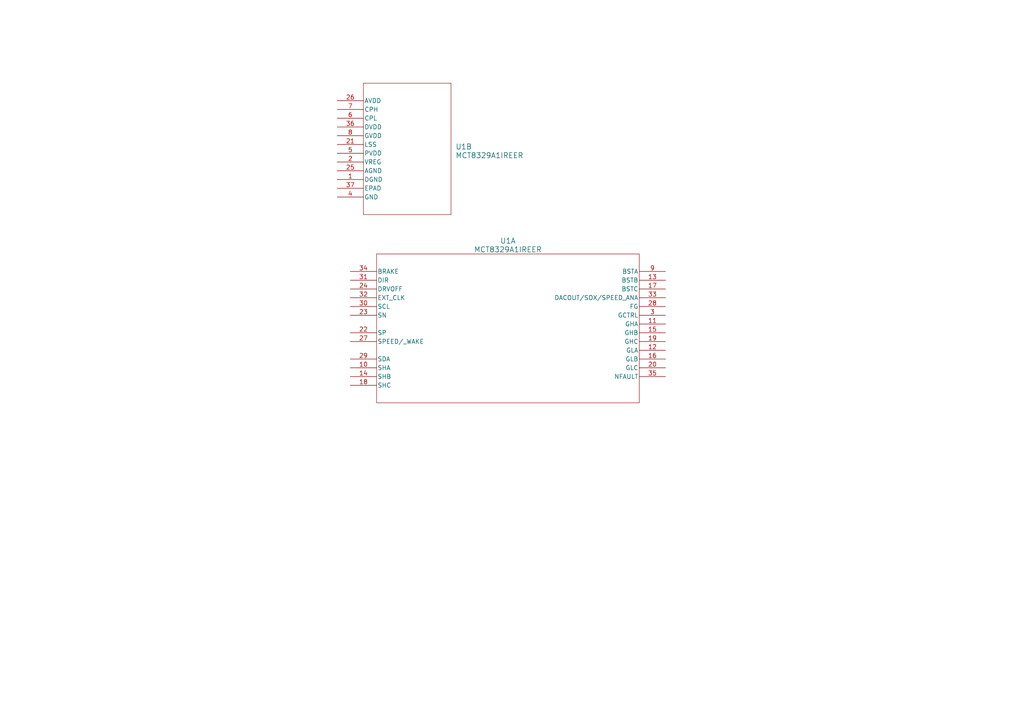
<source format=kicad_sch>
(kicad_sch (version 20230121) (generator eeschema)
  (paper "A4")
  (lib_symbols
    (symbol "extern_Footprints:MCT8329A1IREER" (pin_names (offset 0.254))
      (property "Reference" "U" (at 45.72 10.16 0))
      (property "Value" "MCT8329A1IREER" (at 45.72 7.62 0))
      (symbol "MCT8329A1IREER_1_1"
        (polyline (pts (xy 7.62 -38.1) (xy 83.82 -38.1)) (stroke (width 0.127)))
        (polyline (pts (xy 7.62 5.08) (xy 7.62 -38.1)) (stroke (width 0.127)))
        (polyline (pts (xy 83.82 -38.1) (xy 83.82 5.08)) (stroke (width 0.127)))
        (polyline (pts (xy 83.82 5.08) (xy 7.62 5.08)) (stroke (width 0.127)))
        (pin bidirectional line (at 0 -27.94 0) (length 7.62) (name "SHA") (number "10"))
        (pin output line (at 91.44 -15.24 180) (length 7.62) (name "GHA") (number "11"))
        (pin output line (at 91.44 -22.86 180) (length 7.62) (name "GLA") (number "12"))
        (pin output line (at 91.44 -2.54 180) (length 7.62) (name "BSTB") (number "13"))
        (pin bidirectional line (at 0 -30.48 0) (length 7.62) (name "SHB") (number "14"))
        (pin output line (at 91.44 -17.78 180) (length 7.62) (name "GHB") (number "15"))
        (pin output line (at 91.44 -25.4 180) (length 7.62) (name "GLB") (number "16"))
        (pin output line (at 91.44 -5.08 180) (length 7.62) (name "BSTC") (number "17"))
        (pin bidirectional line (at 0 -33.02 0) (length 7.62) (name "SHC") (number "18"))
        (pin output line (at 91.44 -20.32 180) (length 7.62) (name "GHC") (number "19"))
        (pin output line (at 91.44 -27.94 180) (length 7.62) (name "GLC") (number "20"))
        (pin input line (at 0 -17.78 0) (length 7.62) (name "SP") (number "22"))
        (pin input line (at 0 -12.7 0) (length 7.62) (name "SN") (number "23"))
        (pin input line (at 0 -5.08 0) (length 7.62) (name "DRVOFF") (number "24"))
        (pin input line (at 0 -20.32 0) (length 7.62) (name "SPEED/_WAKE") (number "27"))
        (pin output line (at 91.44 -10.16 180) (length 7.62) (name "FG") (number "28"))
        (pin bidirectional line (at 0 -25.4 0) (length 7.62) (name "SDA") (number "29"))
        (pin output line (at 91.44 -12.7 180) (length 7.62) (name "GCTRL") (number "3"))
        (pin input line (at 0 -10.16 0) (length 7.62) (name "SCL") (number "30"))
        (pin input line (at 0 -2.54 0) (length 7.62) (name "DIR") (number "31"))
        (pin input line (at 0 -7.62 0) (length 7.62) (name "EXT_CLK") (number "32"))
        (pin bidirectional line (at 91.44 -7.62 180) (length 7.62) (name "DACOUT/SOX/SPEED_ANA") (number "33"))
        (pin input line (at 0 0 0) (length 7.62) (name "BRAKE") (number "34"))
        (pin output line (at 91.44 -30.48 180) (length 7.62) (name "NFAULT") (number "35"))
        (pin output line (at 91.44 0 180) (length 7.62) (name "BSTA") (number "9"))
      )
      (symbol "MCT8329A1IREER_2_1"
        (polyline (pts (xy 7.62 -33.02) (xy 33.02 -33.02)) (stroke (width 0.127)))
        (polyline (pts (xy 7.62 5.08) (xy 7.62 -33.02)) (stroke (width 0.127)))
        (polyline (pts (xy 33.02 -33.02) (xy 33.02 5.08)) (stroke (width 0.127)))
        (polyline (pts (xy 33.02 5.08) (xy 7.62 5.08)) (stroke (width 0.127)))
        (pin power_out line (at 0 -22.86 0) (length 7.62) (name "DGND") (number "1"))
        (pin power_in line (at 0 -17.78 0) (length 7.62) (name "VREG") (number "2"))
        (pin power_in line (at 0 -12.7 0) (length 7.62) (name "LSS") (number "21"))
        (pin power_out line (at 0 -20.32 0) (length 7.62) (name "AGND") (number "25"))
        (pin power_in line (at 0 0 0) (length 7.62) (name "AVDD") (number "26"))
        (pin power_in line (at 0 -7.62 0) (length 7.62) (name "DVDD") (number "36"))
        (pin power_out line (at 0 -25.4 0) (length 7.62) (name "EPAD") (number "37"))
        (pin power_out line (at 0 -27.94 0) (length 7.62) (name "GND") (number "4"))
        (pin power_in line (at 0 -15.24 0) (length 7.62) (name "PVDD") (number "5"))
        (pin power_in line (at 0 -5.08 0) (length 7.62) (name "CPL") (number "6"))
        (pin power_in line (at 0 -2.54 0) (length 7.62) (name "CPH") (number "7"))
        (pin power_in line (at 0 -10.16 0) (length 7.62) (name "GVDD") (number "8"))
      )
    )
  )
  (symbol (lib_id "extern_Footprints:MCT8329A1IREER") (at 97.79 29.21 0) (unit 2)
    (property "Reference" "U1" (at 132.08 42.545 0) (effects (font (size 1.524 1.524)) (justify left)))
    (property "Value" "MCT8329A1IREER" (at 132.08 45.085 0) (effects (font (size 1.524 1.524)) (justify left)))
    (property "Footprint" "WQFN36_REE_TEX" (effects hide))
    (property "Datasheet" "MCT8329A1IREER" (effects hide))
  )
  (symbol (lib_id "extern_Footprints:MCT8329A1IREER") (at 101.6 78.74 0) (unit 1)
    (property "Reference" "U1" (at 147.32 69.85 0) (effects (font (size 1.524 1.524))))
    (property "Value" "MCT8329A1IREER" (at 147.32 72.39 0) (effects (font (size 1.524 1.524))))
    (property "Footprint" "WQFN36_REE_TEX" (effects hide))
    (property "Datasheet" "MCT8329A1IREER" (effects hide))
  )
)
</source>
